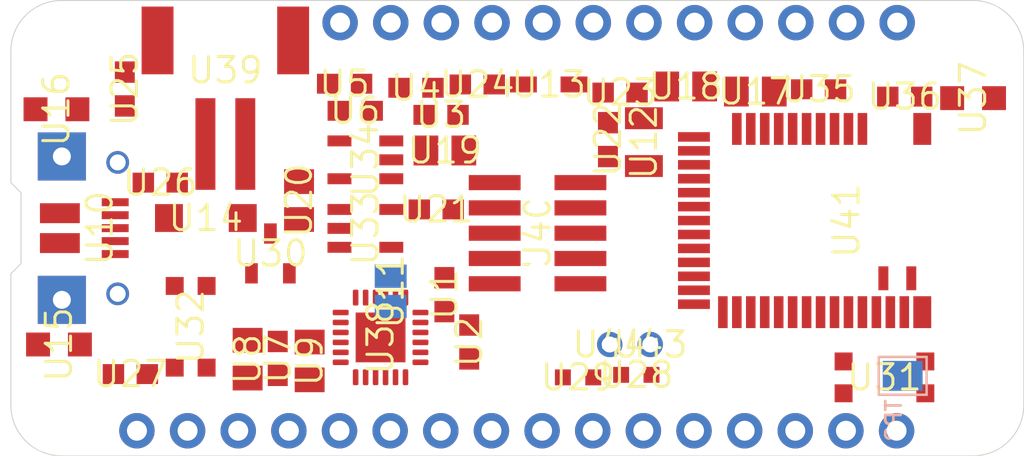
<source format=kicad_pcb>
(kicad_pcb (version 20221018) (generator pcbnew)
  (layers (0 "F.Cu" signal "Top") (31 "B.Cu" signal "Bottom") (34 "B.Paste" user) (35 "F.Paste" user) (36 "B.SilkS" user "B.Silkscreen") (37 "F.SilkS" user "F.Silkscreen") (38 "B.Mask" user) (39 "F.Mask" user) (44 "Edge.Cuts" user))
  (net 0 "")
  (net 1 "GND")
  (net 2 "3.3V")
  (net 3 "VBAT")
  (net 4 "VBUS")
  (net 5 "/RESET")
  (net 6 "/DFU")
  (net 7 "/TXD")
  (net 8 "/RXD")
  (net 9 "/MISO")
  (net 10 "/MOSI")
  (net 11 "/SCK")
  (net 12 "/A5/0.29")
  (net 13 "/A4/0.28")
  (net 14 "/A3/0.05")
  (net 15 "/A2/0.04")
  (net 16 "/A1/0.03")
  (net 17 "/A0/0.02")
  (net 18 "/SDA")
  (net 19 "/SCL")
  (net 20 "/P0.27")
  (net 21 "/A6/P0.30")
  (net 22 "/A7/P0.31")
  (net 23 "/P0.11")
  (net 24 "/P0.07")
  (net 25 "/P0.15")
  (net 26 "/P0.16")
  (net 27 "/EN")
  (net 28 "Net-(U1-Pad41)")
  (net 29 "Net-(U1-Pad40)")
  (net 30 "/FRST")
  (net 31 "/SWDIO")
  (net 32 "/SWCLK")
  (net 33 "/LED2")
  (net 34 "/SWO")
  (net 35 "/LED1")
  (net 36 "/P0.10/NFC2")
  (net 37 "/P0.09/NFC1")
  (net 38 "Net-(C2-Pad1)")
  (net 39 "Net-(C1-Pad1)")
  (net 40 "Net-(L2-Pad2)")
  (net 41 "Net-(C4-Pad1)")
  (net 42 "Net-(X1-Pad8)")
  (net 43 "Net-(D1-PadA)")
  (net 44 "Net-(D2-PadA)")
  (net 45 "Net-(R8-Pad1)")
  (net 46 "Net-(R3-Pad2)")
  (net 47 "Net-(C6-Pad1)")
  (net 48 "Net-(U2-Pad4)")
  (net 49 "Net-(X3-PadID)")
  (net 50 "/USBD+")
  (net 51 "/USBD-")
  (net 52 "Net-(U4-Pad24)")
  (net 53 "/DTR")
  (net 54 "Net-(U4-Pad22)")
  (net 55 "Net-(R9-Pad1)")
  (net 56 "Net-(U4-Pad19)")
  (net 57 "Net-(U4-Pad18)")
  (net 58 "Net-(U4-Pad17)")
  (net 59 "Net-(C7-Pad1)")
  (net 60 "Net-(U4-Pad15)")
  (net 61 "Net-(U4-Pad14)")
  (net 62 "Net-(U4-Pad13)")
  (net 63 "Net-(U4-Pad12)")
  (net 64 "Net-(U4-Pad11)")
  (net 65 "Net-(U4-Pad10)")
  (net 66 "Net-(U4-Pad9)")
  (net 67 "Net-(U4-Pad1)")
  (net 68 "Net-(C11-Pad1)")
  (net 69 "Net-(CHG1-PadC)")
  (footprint "Adafruit nRF52 Bluefruit Feather:BLE_MODULE_RAYTAC_MDBT42" (layer "F.Cu") (at 165.011099 104.6226 -90)
    (fp_text reference "U41" (at 0 0 270) (layer "F.SilkS") (effects (font (size 1.27 1.27))))
    (fp_text value "" (at 0 0 270) (layer "F.SilkS") (effects (font (size 1.27 1.27))))
    (pad "1" smd rect locked (at -4.6 -3.8 270) (size 1.6 0.9) (layers "F.Cu" "F.Paste" "F.Mask") (net 1 "GND"))
    (pad "2" smd rect locked (at -4.6 -0.8 270) (size 1.6 0.48) (layers "F.Cu" "F.Paste" "F.Mask") (net 18 "/SDA"))
    (pad "3" smd rect locked (at -4.6 -0.1 270) (size 1.6 0.48) (layers "F.Cu" "F.Paste" "F.Mask") (net 19 "/SCL"))
    (pad "4" smd rect locked (at -4.6 0.6 270) (size 1.6 0.48) (layers "F.Cu" "F.Paste" "F.Mask") (net 20 "/P0.27"))
    (pad "5" smd rect locked (at -4.6 1.3 270) (size 1.6 0.48) (layers "F.Cu" "F.Paste" "F.Mask") (net 13 "/A4/0.28"))
    (pad "6" smd rect locked (at -4.6 2 270) (size 1.6 0.48) (layers "F.Cu" "F.Paste" "F.Mask") (net 12 "/A5/0.29"))
    (pad "7" smd rect locked (at -4.6 2.7 270) (size 1.6 0.48) (layers "F.Cu" "F.Paste" "F.Mask") (net 21 "/A6/P0.30"))
    (pad "8" smd rect locked (at -4.6 3.4 270) (size 1.6 0.48) (layers "F.Cu" "F.Paste" "F.Mask") (net 22 "/A7/P0.31"))
    (pad "9" smd rect locked (at -4.6 4.1 270) (size 1.6 0.48) (layers "F.Cu" "F.Paste" "F.Mask") (net 41 "Net-(C4-Pad1)"))
    (pad "10" smd rect locked (at -4.6 4.8 270) (size 1.6 0.48) (layers "F.Cu" "F.Paste" "F.Mask") (net 40 "Net-(L2-Pad2)"))
    (pad "11" smd rect locked (at -4.6 5.5 270) (size 1.6 0.48) (layers "F.Cu" "F.Paste" "F.Mask") (net 2 "3.3V"))
    (pad "12" smd rect locked (at -4.2 7.65) (size 1.6 0.48) (layers "F.Cu" "F.Paste" "F.Mask") (net 1 "GND"))
    (pad "13" smd rect locked (at -3.5 7.65) (size 1.6 0.48) (layers "F.Cu" "F.Paste" "F.Mask") (net 39 "Net-(C1-Pad1)"))
    (pad "14" smd rect locked (at -2.8 7.65) (size 1.6 0.48) (layers "F.Cu" "F.Paste" "F.Mask") (net 38 "Net-(C2-Pad1)"))
    (pad "15" smd rect locked (at -2.1 7.65) (size 1.6 0.48) (layers "F.Cu" "F.Paste" "F.Mask") (net 17 "/A0/0.02"))
    (pad "16" smd rect locked (at -1.4 7.65) (size 1.6 0.48) (layers "F.Cu" "F.Paste" "F.Mask") (net 16 "/A1/0.03"))
    (pad "17" smd rect locked (at -0.7 7.65) (size 1.6 0.48) (layers "F.Cu" "F.Paste" "F.Mask") (net 15 "/A2/0.04"))
    (pad "18" smd rect locked (at 0 7.65) (size 1.6 0.48) (layers "F.Cu" "F.Paste" "F.Mask") (net 14 "/A3/0.05"))
    (pad "19" smd rect locked (at 0.7 7.65) (size 1.6 0.48) (layers "F.Cu" "F.Paste" "F.Mask") (net 7 "/TXD"))
    (pad "20" smd rect locked (at 1.4 7.65) (size 1.6 0.48) (layers "F.Cu" "F.Paste" "F.Mask") (net 24 "/P0.07"))
    (pad "21" smd rect locked (at 2.1 7.65) (size 1.6 0.48) (layers "F.Cu" "F.Paste" "F.Mask") (net 8 "/RXD"))
    (pad "22" smd rect locked (at 2.8 7.65) (size 1.6 0.48) (layers "F.Cu" "F.Paste" "F.Mask") (net 37 "/P0.09/NFC1"))
    (pad "23" smd rect locked (at 3.5 7.65) (size 1.6 0.48) (layers "F.Cu" "F.Paste" "F.Mask") (net 36 "/P0.10/NFC2"))
    (pad "24" smd rect locked (at 4.2 7.65) (size 1.6 0.48) (layers "F.Cu" "F.Paste" "F.Mask") (net 1 "GND"))
    (pad "25" smd rect locked (at 4.6 6.2 270) (size 1.6 0.48) (layers "F.Cu" "F.Paste" "F.Mask") (net 23 "/P0.11"))
    (pad "26" smd rect locked (at 4.6 5.5 270) (size 1.6 0.48) (layers "F.Cu" "F.Paste" "F.Mask") (net 11 "/SCK"))
    (pad "27" smd rect locked (at 4.6 4.8 270) (size 1.6 0.48) (layers "F.Cu" "F.Paste" "F.Mask") (net 10 "/MOSI"))
    (pad "28" smd rect locked (at 4.6 4.1 270) (size 1.6 0.48) (layers "F.Cu" "F.Paste" "F.Mask") (net 9 "/MISO"))
    (pad "29" smd rect locked (at 4.6 3.4 270) (size 1.6 0.48) (layers "F.Cu" "F.Paste" "F.Mask") (net 25 "/P0.15"))
    (pad "30" smd rect locked (at 4.6 2.7 270) (size 1.6 0.48) (layers "F.Cu" "F.Paste" "F.Mask") (net 26 "/P0.16"))
    (pad "31" smd rect locked (at 4.6 2 270) (size 1.6 0.48) (layers "F.Cu" "F.Paste" "F.Mask") (net 35 "/LED1"))
    (pad "32" smd rect locked (at 4.6 1.3 270) (size 1.6 0.48) (layers "F.Cu" "F.Paste" "F.Mask") (net 34 "/SWO"))
    (pad "33" smd rect locked (at 4.6 0.6 270) (size 1.6 0.48) (layers "F.Cu" "F.Paste" "F.Mask") (net 33 "/LED2"))
    (pad "34" smd rect locked (at 4.6 -0.1 270) (size 1.6 0.48) (layers "F.Cu" "F.Paste" "F.Mask") (net 6 "/DFU"))
    (pad "35" smd rect locked (at 4.6 -0.8 270) (size 1.6 0.48) (layers "F.Cu" "F.Paste" "F.Mask") (net 5 "/RESET"))
    (pad "36" smd rect locked (at 4.6 -1.5 270) (size 1.6 0.48) (layers "F.Cu" "F.Paste" "F.Mask") (net 32 "/SWCLK"))
    (pad "37" smd rect locked (at 4.6 -2.2 270) (size 1.6 0.48) (layers "F.Cu" "F.Paste" "F.Mask") (net 31 "/SWDIO"))
    (pad "38" smd rect locked (at 4.6 -2.9 270) (size 1.6 0.48) (layers "F.Cu" "F.Paste" "F.Mask") (net 30 "/FRST"))
    (pad "39" smd rect locked (at 4.6 -3.8 270) (size 1.6 0.9) (layers "F.Cu" "F.Paste" "F.Mask") (net 1 "GND"))
    (pad "40" smd rect locked (at 2.9 -3.25 270) (size 1.2 0.5) (layers "F.Cu" "F.Paste" "F.Mask") (net 29 "Net-(U1-Pad40)"))
    (pad "41" smd rect locked (at 2.9 -1.85 270) (size 1.2 0.5) (layers "F.Cu" "F.Paste" "F.Mask") (net 28 "Net-(U1-Pad41)"))
  )
  (footprint "Adafruit nRF52 Bluefruit Feather:2X05_1.27MM_BOX_POSTS" (layer "F.Cu") (at 149.517099 105.2576 -90)
    (fp_text reference "U40" (at 0 0 270) (layer "F.SilkS") (effects (font (size 1.27 1.27))))
    (fp_text value "" (at 0 0 270) (layer "F.SilkS") (effects (font (size 1.27 1.27))))
    (pad "" np_thru_hole circle (at -1.905 0 270) (size 1 1) (drill 1) (layers "*.Cu" "*.Mask"))
    (pad "" np_thru_hole circle (at 1.905 0 270) (size 1 1) (drill 1) (layers "*.Cu" "*.Mask"))
    (pad "1" smd rect (at -2.54 2.15 270) (size 0.76 2.6) (layers "F.Cu" "F.Paste" "F.Mask") (net 2 "3.3V"))
    (pad "2" smd rect (at -2.54 -2.15 270) (size 0.76 2.6) (layers "F.Cu" "F.Paste" "F.Mask") (net 31 "/SWDIO"))
    (pad "3" smd rect (at -1.27 2.15 270) (size 0.76 2.6) (layers "F.Cu" "F.Paste" "F.Mask") (net 1 "GND"))
    (pad "4" smd rect (at -1.27 -2.15 270) (size 0.76 2.6) (layers "F.Cu" "F.Paste" "F.Mask") (net 32 "/SWCLK"))
    (pad "5" smd rect (at 0 2.15 270) (size 0.76 2.6) (layers "F.Cu" "F.Paste" "F.Mask") (net 1 "GND"))
    (pad "6" smd rect (at 0 -2.15 270) (size 0.76 2.6) (layers "F.Cu" "F.Paste" "F.Mask") (net 34 "/SWO"))
    (pad "7" smd rect (at 1.27 2.15 270) (size 0.76 2.6) (layers "F.Cu" "F.Paste" "F.Mask") (net 1 "GND"))
    (pad "8" smd rect (at 1.27 -2.15 270) (size 0.76 2.6) (layers "F.Cu" "F.Paste" "F.Mask") (net 42 "Net-(X1-Pad8)"))
    (pad "9" smd rect (at 2.54 2.15 270) (size 0.76 2.6) (layers "F.Cu" "F.Paste" "F.Mask") (net 1 "GND"))
    (pad "10" smd rect (at 2.54 -2.15 270) (size 0.76 2.6) (layers "F.Cu" "F.Paste" "F.Mask") (net 5 "/RESET"))
  )
  (footprint "Adafruit nRF52 Bluefruit Feather:0603-NO" (layer "F.Cu") (at 153.657299 98.1964 180)
    (fp_text reference "U23" (at 0 0 180) (layer "F.SilkS") (effects (font (size 1.27 1.27))))
    (fp_text value "" (at 0 0 180) (layer "F.SilkS") (effects (font (size 1.27 1.27))))
    (pad "1" smd rect (at -0.85 0 180) (size 1.075 1) (layers "F.Cu" "F.Paste" "F.Mask") (net 39 "Net-(C1-Pad1)"))
    (pad "2" smd rect (at 0.85 0 180) (size 1.075 1) (layers "F.Cu" "F.Paste" "F.Mask") (net 1 "GND"))
  )
  (footprint "Adafruit nRF52 Bluefruit Feather:0603-NO" (layer "F.Cu") (at 153.047699 100.5586 90)
    (fp_text reference "U22" (at 0 0 90) (layer "F.SilkS") (effects (font (size 1.27 1.27))))
    (fp_text value "" (at 0 0 90) (layer "F.SilkS") (effects (font (size 1.27 1.27))))
    (pad "1" smd rect (at -0.85 0 90) (size 1.075 1) (layers "F.Cu" "F.Paste" "F.Mask") (net 38 "Net-(C2-Pad1)"))
    (pad "2" smd rect (at 0.85 0 90) (size 1.075 1) (layers "F.Cu" "F.Paste" "F.Mask") (net 1 "GND"))
  )
  (footprint "Adafruit nRF52 Bluefruit Feather:0805-NO" (layer "F.Cu") (at 156.946599 97.8916 180)
    (fp_text reference "U18" (at 0 0 180) (layer "F.SilkS") (effects (font (size 1.27 1.27))))
    (fp_text value "" (at 0 0 180) (layer "F.SilkS") (effects (font (size 1.27 1.27))))
    (pad "1" smd rect (at -0.95 0 180) (size 1.24 1.5) (layers "F.Cu" "F.Paste" "F.Mask") (net 2 "3.3V"))
    (pad "2" smd rect (at 0.95 0 180) (size 1.24 1.5) (layers "F.Cu" "F.Paste" "F.Mask") (net 1 "GND"))
  )
  (footprint "Adafruit nRF52 Bluefruit Feather:CHIPLED_0805_NOOUTLINE" (layer "F.Cu") (at 125.387099 99.0346 90)
    (fp_text reference "U16" (at 0 0 90) (layer "F.SilkS") (effects (font (size 1.27 1.27))))
    (fp_text value "" (at 0 0 90) (layer "F.SilkS") (effects (font (size 1.27 1.27))))
    (pad "A" smd rect (at 0 1.05 90) (size 1.2 1.2) (layers "F.Cu" "F.Paste" "F.Mask") (net 43 "Net-(D1-PadA)"))
    (pad "C" smd rect (at 0 -1.05 90) (size 1.2 1.2) (layers "F.Cu" "F.Paste" "F.Mask") (net 1 "GND"))
  )
  (footprint "Adafruit nRF52 Bluefruit Feather:CHIPLED_0805_NOOUTLINE" (layer "F.Cu") (at 171.361099 98.4758 -90)
    (fp_text reference "U37" (at 0 0 270) (layer "F.SilkS") (effects (font (size 1.27 1.27))))
    (fp_text value "" (at 0 0 270) (layer "F.SilkS") (effects (font (size 1.27 1.27))))
    (pad "A" smd rect (at 0 1.05 270) (size 1.2 1.2) (layers "F.Cu" "F.Paste" "F.Mask") (net 44 "Net-(D2-PadA)"))
    (pad "C" smd rect (at 0 -1.05 270) (size 1.2 1.2) (layers "F.Cu" "F.Paste" "F.Mask") (net 1 "GND"))
  )
  (footprint "Adafruit nRF52 Bluefruit Feather:0603-NO" (layer "F.Cu") (at 128.816099 98.0186 90)
    (fp_text reference "U25" (at 0 0 90) (layer "F.SilkS") (effects (font (size 1.27 1.27))))
    (fp_text value "" (at 0 0 90) (layer "F.SilkS") (effects (font (size 1.27 1.27))))
    (pad "1" smd rect (at -0.85 0 90) (size 1.075 1) (layers "F.Cu" "F.Paste" "F.Mask") (net 43 "Net-(D1-PadA)"))
    (pad "2" smd rect (at 0.85 0 90) (size 1.075 1) (layers "F.Cu" "F.Paste" "F.Mask") (net 35 "/LED1"))
  )
  (footprint "Adafruit nRF52 Bluefruit Feather:0603-NO" (layer "F.Cu") (at 167.932099 98.3996 180)
    (fp_text reference "U36" (at 0 0 180) (layer "F.SilkS") (effects (font (size 1.27 1.27))))
    (fp_text value "" (at 0 0 180) (layer "F.SilkS") (effects (font (size 1.27 1.27))))
    (pad "1" smd rect (at -0.85 0 180) (size 1.075 1) (layers "F.Cu" "F.Paste" "F.Mask") (net 44 "Net-(D2-PadA)"))
    (pad "2" smd rect (at 0.85 0 180) (size 1.075 1) (layers "F.Cu" "F.Paste" "F.Mask") (net 33 "/LED2"))
  )
  (footprint "Adafruit nRF52 Bluefruit Feather:0805-NO" (layer "F.Cu") (at 160.439099 98.1456 180)
    (fp_text reference "U17" (at 0 0 180) (layer "F.SilkS") (effects (font (size 1.27 1.27))))
    (fp_text value "" (at 0 0 180) (layer "F.SilkS") (effects (font (size 1.27 1.27))))
    (pad "1" smd rect (at -0.95 0 180) (size 1.24 1.5) (layers "F.Cu" "F.Paste" "F.Mask") (net 41 "Net-(C4-Pad1)"))
    (pad "2" smd rect (at 0.95 0 180) (size 1.24 1.5) (layers "F.Cu" "F.Paste" "F.Mask") (net 40 "Net-(L2-Pad2)"))
  )
  (footprint "Adafruit nRF52 Bluefruit Feather:0603-NO" (layer "F.Cu") (at 163.614099 98.0313)
    (fp_text reference "U35" (at 0 0) (layer "F.SilkS") (effects (font (size 1.27 1.27))))
    (fp_text value "" (at 0 0) (layer "F.SilkS") (effects (font (size 1.27 1.27))))
    (pad "1" smd rect (at -0.85 0) (size 1.075 1) (layers "F.Cu" "F.Paste" "F.Mask") (net 41 "Net-(C4-Pad1)"))
    (pad "2" smd rect (at 0.85 0) (size 1.075 1) (layers "F.Cu" "F.Paste" "F.Mask") (net 1 "GND"))
  )
  (footprint "Adafruit nRF52 Bluefruit Feather:SOT23-5" (layer "F.Cu") (at 140.881099 105.0163 -90)
    (fp_text reference "U33" (at 0 0 270) (layer "F.SilkS") (effects (font (size 1.27 1.27))))
    (fp_text value "" (at 0 0 270) (layer "F.SilkS") (effects (font (size 1.27 1.27))))
    (pad "1" smd rect (at -0.95 1.3001 270) (size 0.55 1.2) (layers "F.Cu" "F.Paste" "F.Mask") (net 46 "Net-(R3-Pad2)"))
    (pad "2" smd rect (at 0 1.3001 270) (size 0.55 1.2) (layers "F.Cu" "F.Paste" "F.Mask") (net 1 "GND"))
    (pad "3" smd rect (at 0.95 1.3001 270) (size 0.55 1.2) (layers "F.Cu" "F.Paste" "F.Mask") (net 3 "VBAT"))
    (pad "4" smd rect (at 0.95 -1.3001 270) (size 0.55 1.2) (layers "F.Cu" "F.Paste" "F.Mask") (net 4 "VBUS"))
    (pad "5" smd rect (at -0.95 -1.3001 270) (size 0.55 1.2) (layers "F.Cu" "F.Paste" "F.Mask") (net 45 "Net-(R8-Pad1)"))
  )
  (footprint "Adafruit nRF52 Bluefruit Feather:CHIPLED_0805_NOOUTLINE" (layer "F.Cu") (at 125.514099 110.8456 -90)
    (fp_text reference "U15" (at 0 0 270) (layer "F.SilkS") (effects (font (size 1.27 1.27))))
    (fp_text value "" (at 0 0 270) (layer "F.SilkS") (effects (font (size 1.27 1.27))))
    (pad "A" smd rect (at 0 1.05 270) (size 1.2 1.2) (layers "F.Cu" "F.Paste" "F.Mask") (net 4 "VBUS"))
    (pad "C" smd rect (at 0 -1.05 270) (size 1.2 1.2) (layers "F.Cu" "F.Paste" "F.Mask") (net 69 "Net-(CHG1-PadC)"))
  )
  (footprint "Adafruit nRF52 Bluefruit Feather:0603-NO" (layer "F.Cu") (at 129.095499 112.3315)
    (fp_text reference "U27" (at 0 0) (layer "F.SilkS") (effects (font (size 1.27 1.27))))
    (fp_text value "" (at 0 0) (layer "F.SilkS") (effects (font (size 1.27 1.27))))
    (pad "1" smd rect (at -0.85 0) (size 1.075 1) (layers "F.Cu" "F.Paste" "F.Mask") (net 69 "Net-(CHG1-PadC)"))
    (pad "2" smd rect (at 0.85 0) (size 1.075 1) (layers "F.Cu" "F.Paste" "F.Mask") (net 46 "Net-(R3-Pad2)"))
  )
  (footprint "Adafruit nRF52 Bluefruit Feather:0805-NO" (layer "F.Cu") (at 137.553699 103.6193 90)
    (fp_text reference "U20" (at 0 0 90) (layer "F.SilkS") (effects (font (size 1.27 1.27))))
    (fp_text value "" (at 0 0 90) (layer "F.SilkS") (effects (font (size 1.27 1.27))))
    (pad "1" smd rect (at -0.95 0 90) (size 1.24 1.5) (layers "F.Cu" "F.Paste" "F.Mask") (net 3 "VBAT"))
    (pad "2" smd rect (at 0.95 0 90) (size 1.24 1.5) (layers "F.Cu" "F.Paste" "F.Mask") (net 1 "GND"))
  )
  (footprint "Adafruit nRF52 Bluefruit Feather:0603-NO" (layer "F.Cu") (at 144.437099 104.0638)
    (fp_text reference "U21" (at 0 0) (layer "F.SilkS") (effects (font (size 1.27 1.27))))
    (fp_text value "" (at 0 0) (layer "F.SilkS") (effects (font (size 1.27 1.27))))
    (pad "1" smd rect (at -0.85 0) (size 1.075 1) (layers "F.Cu" "F.Paste" "F.Mask") (net 45 "Net-(R8-Pad1)"))
    (pad "2" smd rect (at 0.85 0) (size 1.075 1) (layers "F.Cu" "F.Paste" "F.Mask") (net 1 "GND"))
  )
  (footprint "Adafruit nRF52 Bluefruit Feather:0603-NO" (layer "F.Cu") (at 139.839699 97.7519)
    (fp_text reference "U5" (at 0 0) (layer "F.SilkS") (effects (font (size 1.27 1.27))))
    (fp_text value "" (at 0 0) (layer "F.SilkS") (effects (font (size 1.27 1.27))))
    (pad "1" smd rect (at -0.85 0) (size 1.075 1) (layers "F.Cu" "F.Paste" "F.Mask") (net 3 "VBAT"))
    (pad "2" smd rect (at 0.85 0) (size 1.075 1) (layers "F.Cu" "F.Paste" "F.Mask") (net 22 "/A7/P0.31"))
  )
  (footprint "Adafruit nRF52 Bluefruit Feather:0603-NO" (layer "F.Cu") (at 140.373099 99.1108)
    (fp_text reference "U6" (at 0 0) (layer "F.SilkS") (effects (font (size 1.27 1.27))))
    (fp_text value "" (at 0 0) (layer "F.SilkS") (effects (font (size 1.27 1.27))))
    (pad "1" smd rect (at -0.85 0) (size 1.075 1) (layers "F.Cu" "F.Paste" "F.Mask") (net 22 "/A7/P0.31"))
    (pad "2" smd rect (at 0.85 0) (size 1.075 1) (layers "F.Cu" "F.Paste" "F.Mask") (net 1 "GND"))
  )
  (footprint "Adafruit nRF52 Bluefruit Feather:0805-NO" (layer "F.Cu") (at 144.868899 101.1047)
    (fp_text reference "U19" (at 0 0) (layer "F.SilkS") (effects (font (size 1.27 1.27))))
    (fp_text value "" (at 0 0) (layer "F.SilkS") (effects (font (size 1.27 1.27))))
    (pad "1" smd rect (at -0.95 0) (size 1.24 1.5) (layers "F.Cu" "F.Paste" "F.Mask") (net 47 "Net-(C6-Pad1)"))
    (pad "2" smd rect (at 0.95 0) (size 1.24 1.5) (layers "F.Cu" "F.Paste" "F.Mask") (net 1 "GND"))
  )
  (footprint "Adafruit nRF52 Bluefruit Feather:0805-NO" (layer "F.Cu") (at 134.975599 111.5822 90)
    (fp_text reference "U8" (at 0 0 90) (layer "F.SilkS") (effects (font (size 1.27 1.27))))
    (fp_text value "" (at 0 0 90) (layer "F.SilkS") (effects (font (size 1.27 1.27))))
    (pad "1" smd rect (at -0.95 0 90) (size 1.24 1.5) (layers "F.Cu" "F.Paste" "F.Mask") (net 2 "3.3V"))
    (pad "2" smd rect (at 0.95 0 90) (size 1.24 1.5) (layers "F.Cu" "F.Paste" "F.Mask") (net 1 "GND"))
  )
  (footprint "Adafruit nRF52 Bluefruit Feather:SOT23-5" (layer "F.Cu") (at 140.881099 101.5746 90)
    (fp_text reference "U34" (at 0 0 90) (layer "F.SilkS") (effects (font (size 1.27 1.27))))
    (fp_text value "" (at 0 0 90) (layer "F.SilkS") (effects (font (size 1.27 1.27))))
    (pad "1" smd rect (at -0.95 1.3001 90) (size 0.55 1.2) (layers "F.Cu" "F.Paste" "F.Mask") (net 47 "Net-(C6-Pad1)"))
    (pad "2" smd rect (at 0 1.3001 90) (size 0.55 1.2) (layers "F.Cu" "F.Paste" "F.Mask") (net 1 "GND"))
    (pad "3" smd rect (at 0.95 1.3001 90) (size 0.55 1.2) (layers "F.Cu" "F.Paste" "F.Mask") (net 27 "/EN"))
    (pad "4" smd rect (at 0.95 -1.3001 90) (size 0.55 1.2) (layers "F.Cu" "F.Paste" "F.Mask") (net 48 "Net-(U2-Pad4)"))
    (pad "5" smd rect (at -0.95 -1.3001 90) (size 0.55 1.2) (layers "F.Cu" "F.Paste" "F.Mask") (net 2 "3.3V"))
  )
  (footprint "Adafruit nRF52 Bluefruit Feather:JSTPH2" (layer "F.Cu") (at 133.858 98.6028)
    (fp_text reference "U39" (at 0 -1.524) (layer "F.SilkS") (effects (font (size 1.27 1.27))))
    (fp_text value "" (at 0 -1.524) (layer "F.SilkS") (effects (font (size 1.27 1.27))))
    (pad "1" smd rect locked (at -1 2.176) (size 1 4.6) (layers "F.Cu" "F.Paste" "F.Mask") (net 1 "GND"))
    (pad "2" smd rect locked (at 1 2.176) (size 1 4.6) (layers "F.Cu" "F.Paste" "F.Mask") (net 3 "VBAT"))
    (pad "NC1" smd rect locked (at -3.4 -3.024 90) (size 3.4 1.6) (layers "F.Cu" "F.Paste" "F.Mask"))
    (pad "NC2" smd rect locked (at 3.4 -3.024 90) (size 3.4 1.6) (layers "F.Cu" "F.Paste" "F.Mask"))
  )
  (footprint "Adafruit nRF52 Bluefruit Feather:0603-NO" (layer "F.Cu") (at 144.678399 99.314)
    (fp_text reference "U3" (at 0 0) (layer "F.SilkS") (effects (font (size 1.27 1.27))))
    (fp_text value "" (at 0 0) (layer "F.SilkS") (effects (font (size 1.27 1.27))))
    (pad "1" smd rect (at -0.85 0) (size 1.075 1) (layers "F.Cu" "F.Paste" "F.Mask") (net 27 "/EN"))
    (pad "2" smd rect (at 0.85 0) (size 1.075 1) (layers "F.Cu" "F.Paste" "F.Mask") (net 47 "Net-(C6-Pad1)"))
  )
  (footprint "Adafruit nRF52 Bluefruit Feather:4UCONN_20329_V2" (layer "F.Cu") (at 125.5268 105.0036 -90)
    (fp_text reference "U10" (at 0 -2.032 90) (layer "F.SilkS") (effects (font (size 1.27 1.27))))
    (fp_text value "" (at 0 -2.032 90) (layer "F.SilkS") (effects (font (size 1.27 1.27))))
    (pad "BASE@1" smd rect locked (at -0.75 -0.032) (size 2 1) (layers "F.Cu" "F.Paste" "F.Mask") (net 1 "GND"))
    (pad "BASE@2" smd rect locked (at 0.75 -0.032) (size 2 1) (layers "F.Cu" "F.Paste" "F.Mask") (net 1 "GND"))
    (pad "D+" smd rect locked (at 0 -2.807 270) (size 0.4 1.35) (layers "F.Cu" "F.Mask") (net 50 "/USBD+"))
    (pad "D-" smd rect locked (at -0.65 -2.807 270) (size 0.4 1.35) (layers "F.Cu" "F.Mask") (net 51 "/USBD-"))
    (pad "GND" smd rect locked (at 1.3 -2.807 270) (size 0.4 1.35) (layers "F.Cu" "F.Mask") (net 1 "GND"))
    (pad "ID" smd rect locked (at 0.65 -2.807 270) (size 0.4 1.35) (layers "F.Cu" "F.Mask") (net 49 "Net-(X3-PadID)"))
    (pad "SPRT@1" thru_hole circle locked (at -3.3 -2.932 90) (size 1.143 1.143) (drill 0.8) (layers "*.Cu" "*.Mask") (net 1 "GND"))
    (pad "SPRT@2" thru_hole circle locked (at 3.3 -2.932 270) (size 1.143 1.143) (drill 0.8) (layers "*.Cu" "*.Mask") (net 1 "GND"))
    (pad "SPRT@3" thru_hole rect locked (at -3.6 -0.132) (size 2.413 2.413) (drill 0.9) (layers "*.Cu" "*.Mask"))
    (pad "SPRT@4" thru_hole rect locked (at 3.6 -0.132) (size 2.413 2.413) (drill 0.9) (layers "*.Cu" "*.Mask"))
    (pad "VBUS" smd rect locked (at -1.3 -2.807 270) (size 0.4 1.35) (layers "F.Cu" "F.Mask") (net 4 "VBUS"))
  )
  (footprint "Adafruit nRF52 Bluefruit Feather:QFN24_4MM_SMSC" (layer "F.Cu") (at 141.643099 110.49 -90)
    (fp_text reference "U38" (at 0 0 270) (layer "F.SilkS") (effects (font (size 1.27 1.27))))
    (fp_text value "" (at 0 0 270) (layer "F.SilkS") (effects (font (size 1.27 1.27))))
    (pad "1" smd roundrect (at -2 -1.25 90) (size 0.8 0.28) (layers "F.Cu" "F.Paste" "F.Mask") (net 67 "Net-(U4-Pad1)"))
    (pad "2" smd roundrect (at -2 -0.75 90) (size 0.8 0.28) (layers "F.Cu" "F.Paste" "F.Mask") (net 1 "GND"))
    (pad "3" smd roundrect (at -2 -0.25 90) (size 0.8 0.28) (layers "F.Cu" "F.Paste" "F.Mask") (net 50 "/USBD+"))
    (pad "4" smd roundrect (at -2 0.25 90) (size 0.8 0.28) (layers "F.Cu" "F.Paste" "F.Mask") (net 51 "/USBD-"))
    (pad "5" smd roundrect (at -2 0.75 90) (size 0.8 0.28) (layers "F.Cu" "F.Paste" "F.Mask") (net 2 "3.3V"))
    (pad "6" smd roundrect (at -2 1.25 90) (size 0.8 0.28) (layers "F.Cu" "F.Paste" "F.Mask") (net 2 "3.3V"))
    (pad "7" smd roundrect (at -1.25 2) (size 0.8 0.28) (layers "F.Cu" "F.Paste" "F.Mask") (net 2 "3.3V"))
    (pad "8" smd roundrect (at -0.75 2) (size 0.8 0.28) (layers "F.Cu" "F.Paste" "F.Mask") (net 4 "VBUS"))
    (pad "9" smd roundrect (at -0.25 2) (size 0.8 0.28) (layers "F.Cu" "F.Paste" "F.Mask") (net 66 "Net-(U4-Pad9)"))
    (pad "10" smd roundrect (at 0.25 2) (size 0.8 0.28) (layers "F.Cu" "F.Paste" "F.Mask") (net 65 "Net-(U4-Pad10)"))
    (pad "11" smd roundrect (at 0.75 2) (size 0.8 0.28) (layers "F.Cu" "F.Paste" "F.Mask") (net 64 "Net-(U4-Pad11)"))
    (pad "12" smd roundrect (at 1.25 2) (size 0.8 0.28) (layers "F.Cu" "F.Paste" "F.Mask") (net 63 "Net-(U4-Pad12)"))
    (pad "13" smd roundrect (at 2 1.25 270) (size 0.8 0.28) (layers "F.Cu" "F.Paste" "F.Mask") (net 62 "Net-(U4-Pad13)"))
    (pad "14" smd roundrect (at 2 0.75 270) (size 0.8 0.28) (layers "F.Cu" "F.Paste" "F.Mask") (net 61 "Net-(U4-Pad14)"))
    (pad "15" smd roundrect (at 2 0.25 270) (size 0.8 0.28) (layers "F.Cu" "F.Paste" "F.Mask") (net 60 "Net-(U4-Pad15)"))
    (pad "16" smd roundrect (at 2 -0.25 270) (size 0.8 0.28) (layers "F.Cu" "F.Paste" "F.Mask") (net 59 "Net-(C7-Pad1)"))
    (pad "17" smd roundrect (at 2 -0.75 270) (size 0.8 0.28) (layers "F.Cu" "F.Paste" "F.Mask") (net 58 "Net-(U4-Pad17)"))
    (pad "18" smd roundrect (at 2 -1.25 270) (size 0.8 0.28) (layers "F.Cu" "F.Paste" "F.Mask") (net 57 "Net-(U4-Pad18)"))
    (pad "19" smd roundrect (at 1.25 -2 180) (size 0.8 0.28) (layers "F.Cu" "F.Paste" "F.Mask") (net 56 "Net-(U4-Pad19)"))
    (pad "20" smd roundrect (at 0.75 -2 180) (size 0.8 0.28) (layers "F.Cu" "F.Paste" "F.Mask") (net 7 "/TXD"))
    (pad "21" smd roundrect (at 0.25 -2 180) (size 0.8 0.28) (layers "F.Cu" "F.Paste" "F.Mask") (net 55 "Net-(R9-Pad1)"))
    (pad "22" smd roundrect (at -0.25 -2 180) (size 0.8 0.28) (layers "F.Cu" "F.Paste" "F.Mask") (net 54 "Net-(U4-Pad22)"))
    (pad "23" smd roundrect (at -0.75 -2 180) (size 0.8 0.28) (layers "F.Cu" "F.Paste" "F.Mask") (net 53 "/DTR"))
    (pad "24" smd roundrect (at -1.25 -2 180) (size 0.8 0.28) (layers "F.Cu" "F.Paste" "F.Mask") (net 52 "Net-(U4-Pad24)"))
    (pad "THERM" smd rect (at 0 0 270) (size 2.5 2.5) (layers "F.Cu" "F.Mask") (net 1 "GND"))
  )
  (footprint "Adafruit nRF52 Bluefruit Feather:0603-NO" (layer "F.Cu") (at 136.486899 111.5441 90)
    (fp_text reference "U7" (at 0 0 90) (layer "F.SilkS") (effects (font (size 1.27 1.27))))
    (fp_text value "" (at 0 0 90) (layer "F.SilkS") (effects (font (size 1.27 1.27))))
    (pad "1" smd rect (at -0.85 0 90) (size 1.075 1) (layers "F.Cu" "F.Paste" "F.Mask") (net 2 "3.3V"))
    (pad "2" smd rect (at 0.85 0 90) (size 1.075 1) (layers "F.Cu" "F.Paste" "F.Mask") (net 1 "GND"))
  )
  (footprint "Adafruit nRF52 Bluefruit Feather:SOD-323" (layer "F.Cu") (at 150.075899 97.79 180)
    (fp_text reference "U13" (at 0 0 180) (layer "F.SilkS") (effects (font (size 1.27 1.27))))
    (fp_text value "" (at 0 0 180) (layer "F.SilkS") (effects (font (size 1.27 1.27))))
    (pad "A" smd rect (at 1.27 0 180) (size 1.35 0.8) (layers "F.Cu" "F.Paste" "F.Mask") (net 5 "/RESET"))
    (pad "C" smd rect (at -1.27 0 180) (size 1.35 0.8) (layers "F.Cu" "F.Paste" "F.Mask") (net 2 "3.3V"))
  )
  (footprint "Adafruit nRF52 Bluefruit Feather:0603-NO" (layer "F.Cu") (at 146.494499 97.79 180)
    (fp_text reference "U24" (at 0 0 180) (layer "F.SilkS") (effects (font (size 1.27 1.27))))
    (fp_text value "" (at 0 0 180) (layer "F.SilkS") (effects (font (size 1.27 1.27))))
    (pad "1" smd rect (at -0.85 0 180) (size 1.075 1) (layers "F.Cu" "F.Paste" "F.Mask") (net 5 "/RESET"))
    (pad "2" smd rect (at 0.85 0 180) (size 1.075 1) (layers "F.Cu" "F.Paste" "F.Mask") (net 2 "3.3V"))
  )
  (footprint "Adafruit nRF52 Bluefruit Feather:0603-NO" (layer "F.Cu") (at 144.843499 108.3437 -90)
    (fp_text reference "U1" (at 0 0 270) (layer "F.SilkS") (effects (font (size 1.27 1.27))))
    (fp_text value "" (at 0 0 270) (layer "F.SilkS") (effects (font (size 1.27 1.27))))
    (pad "1" smd rect (at -0.85 0 270) (size 1.075 1) (layers "F.Cu" "F.Paste" "F.Mask") (net 68 "Net-(C11-Pad1)"))
    (pad "2" smd rect (at 0.85 0 270) (size 1.075 1) (layers "F.Cu" "F.Paste" "F.Mask") (net 53 "/DTR"))
  )
  (footprint "Adafruit nRF52 Bluefruit Feather:BTN_KMR2_4.6X2.8" (layer "F.Cu") (at 132.118099 109.9566 90)
    (fp_text reference "U32" (at 0 0 90) (layer "F.SilkS") (effects (font (size 1.27 1.27))))
    (fp_text value "" (at 0 0 90) (layer "F.SilkS") (effects (font (size 1.27 1.27))))
    (pad "A" smd rect (at 2.05 -0.8 90) (size 0.9 0.9) (layers "F.Cu" "F.Paste" "F.Mask") (net 5 "/RESET"))
    (pad "A'" smd rect (at -2.05 -0.8 90) (size 0.9 0.9) (layers "F.Cu" "F.Paste" "F.Mask") (net 5 "/RESET"))
    (pad "B" smd rect (at 2.05 0.8 90) (size 0.9 0.9) (layers "F.Cu" "F.Paste" "F.Mask") (net 1 "GND"))
    (pad "B'" smd rect (at -2.05 0.8 90) (size 0.9 0.9) (layers "F.Cu" "F.Paste" "F.Mask") (net 1 "GND"))
  )
  (footprint "Adafruit nRF52 Bluefruit Feather:0603-NO" (layer "F.Cu") (at 146.088099 110.7186 -90)
    (fp_text reference "U2" (at 0 0 270) (layer "F.SilkS") (effects (font (size 1.27 1.27))))
    (fp_text value "" (at 0 0 270) (layer "F.SilkS") (effects (font (size 1.27 1.27))))
    (pad "1" smd rect (at -0.85 0 270) (size 1.075 1) (layers "F.Cu" "F.Paste" "F.Mask") (net 55 "Net-(R9-Pad1)"))
    (pad "2" smd rect (at 0.85 0 270) (size 1.075 1) (layers "F.Cu" "F.Paste" "F.Mask") (net 8 "/RXD"))
  )
  (footprint "Adafruit nRF52 Bluefruit Feather:SOD-123" (layer "F.Cu") (at 132.880099 104.4956 180)
    (fp_text reference "U14" (at 0 0 180) (layer "F.SilkS") (effects (font (size 1.27 1.27))))
    (fp_text value "" (at 0 0 180) (layer "F.SilkS") (effects (font (size 1.27 1.27))))
    (pad "A" smd rect (at 1.85 0 270) (size 1.4 1.4) (layers "F.Cu" "F.Paste" "F.Mask") (net 4 "VBUS"))
    (pad "C" smd rect (at -1.85 0 270) (size 1.4 1.4) (layers "F.Cu" "F.Paste" "F.Mask") (net 47 "Net-(C6-Pad1)"))
  )
  (footprint "Adafruit nRF52 Bluefruit Feather:SOT23-R" (layer "F.Cu") (at 136.118599 106.2736)
    (fp_text reference "U30" (at 0 0) (layer "F.SilkS") (effects (font (size 1.27 1.27))))
    (fp_text value "" (at 0 0) (layer "F.SilkS") (effects (font (size 1.27 1.27))))
    (pad "1" smd rect (at -0.95 1) (size 0.635 1.016) (layers "F.Cu" "F.Paste" "F.Mask") (net 4 "VBUS"))
    (pad "2" smd rect (at 0.95 1) (size 0.635 1.016) (layers "F.Cu" "F.Paste" "F.Mask") (net 47 "Net-(C6-Pad1)"))
    (pad "3" smd rect (at 0 -1) (size 0.635 1.016) (layers "F.Cu" "F.Paste" "F.Mask") (net 3 "VBAT"))
  )
  (footprint "Adafruit nRF52 Bluefruit Feather:0603-NO" (layer "F.Cu") (at 130.594099 102.7176)
    (fp_text reference "U26" (at 0 0) (layer "F.SilkS") (effects (font (size 1.27 1.27))))
    (fp_text value "" (at 0 0) (layer "F.SilkS") (effects (font (size 1.27 1.27))))
    (pad "1" smd rect (at -0.85 0) (size 1.075 1) (layers "F.Cu" "F.Paste" "F.Mask") (net 1 "GND"))
    (pad "2" smd rect (at 0.85 0) (size 1.075 1) (layers "F.Cu" "F.Paste" "F.Mask") (net 4 "VBUS"))
  )
  (footprint "Adafruit nRF52 Bluefruit Feather:XTAL3215" (layer "F.Cu") (at 154.851099 100.6856 90)
    (fp_text reference "U12" (at 0 0 90) (layer "F.SilkS") (effects (font (size 1.27 1.27))))
    (fp_text value "" (at 0 0 90) (layer "F.SilkS") (effects (font (size 1.27 1.27))))
    (pad "P$1" smd rect (at 1.2 0 90) (size 1.1 1.9) (layers "F.Cu" "F.Paste" "F.Mask") (net 39 "Net-(C1-Pad1)"))
    (pad "P$2" smd rect (at -1.2 0 270) (size 1.1 1.9) (layers "F.Cu" "F.Paste" "F.Mask") (net 38 "Net-(C2-Pad1)"))
  )
  (footprint "Adafruit nRF52 Bluefruit Feather:0603-NO" (layer "F.Cu") (at 143.421099 97.9551 180)
    (fp_text reference "U4" (at 0 0) (layer "F.SilkS") (effects (font (size 1.27 1.27))))
    (fp_text value "" (at 0 0) (layer "F.SilkS") (effects (font (size 1.27 1.27))))
    (pad "1" smd rect (at -0.85 0 180) (size 1.075 1) (layers "F.Cu" "F.Paste" "F.Mask") (net 22 "/A7/P0.31"))
    (pad "2" smd rect (at 0.85 0 180) (size 1.075 1) (layers "F.Cu" "F.Paste" "F.Mask") (net 1 "GND"))
  )
  (footprint "Adafruit nRF52 Bluefruit Feather:1X01_2MM" (layer "F.Cu") (at 155.168599 110.8456)
    (fp_text reference "U43" (at 0 0) (layer "F.SilkS") (effects (font (size 1.27 1.27))))
    (fp_text value "" (at 0 0) (layer "F.SilkS") (effects (font (size 1.27 1.27))))
    (pad "1" thru_hole circle locked (at 0 0 90) (size 1.27 1.27) (drill 0.8) (layers "*.Cu" "*.Mask") (net 36 "/P0.10/NFC2"))
  )
  (footprint "Adafruit nRF52 Bluefruit Feather:1X01_2MM" (layer "F.Cu") (at 153.136599 110.8456)
    (fp_text reference "U44" (at 0 0) (layer "F.SilkS") (effects (font (size 1.27 1.27))))
    (fp_text value "" (at 0 0) (layer "F.SilkS") (effects (font (size 1.27 1.27))))
    (pad "1" thru_hole circle locked (at 0 0 90) (size 1.27 1.27) (drill 0.8) (layers "*.Cu" "*.Mask") (net 37 "/P0.09/NFC1"))
  )
  (footprint "Adafruit nRF52 Bluefruit Feather:0805-NO" (layer "F.Cu") (at 138.087099 111.6711 90)
    (fp_text reference "U9" (at 0 0 90) (layer "F.SilkS") (effects (font (size 1.27 1.27))))
    (fp_text value "" (at 0 0 90) (layer "F.SilkS") (effects (font (size 1.27 1.27))))
    (pad "1" smd rect (at -0.95 0 90) (size 1.24 1.5) (layers "F.Cu" "F.Paste" "F.Mask") (net 59 "Net-(C7-Pad1)"))
    (pad "2" smd rect (at 0.95 0 90) (size 1.24 1.5) (layers "F.Cu" "F.Paste" "F.Mask") (net 1 "GND"))
  )
  (footprint "Adafruit nRF52 Bluefruit Feather:BTN_KMR2_4.6X2.8" (layer "F.Cu") (at 166.916099 112.4966)
    (fp_text reference "U31" (at 0 0) (layer "F.SilkS") (effects (font (size 1.27 1.27))))
    (fp_text value "" (at 0 0) (layer "F.SilkS") (effects (font (size 1.27 1.27))))
    (pad "A" smd rect (at 2.05 -0.8) (size 0.9 0.9) (layers "F.Cu" "F.Paste" "F.Mask") (net 1 "GND"))
    (pad "A'" smd rect (at -2.05 -0.8) (size 0.9 0.9) (layers "F.Cu" "F.Paste" "F.Mask") (net 1 "GND"))
    (pad "B" smd rect (at 2.05 0.8) (size 0.9 0.9) (layers "F.Cu" "F.Paste" "F.Mask") (net 6 "/DFU"))
    (pad "B'" smd rect (at -2.05 0.8) (size 0.9 0.9) (layers "F.Cu" "F.Paste" "F.Mask") (net 6 "/DFU"))
  )
  (footprint "Adafruit nRF52 Bluefruit Feather:_0603MP" (layer "F.Cu") (at 154.470099 112.3696 180)
    (fp_text reference "U28" (at 0 0 180) (layer "F.SilkS") (effects (font (size 1.27 1.27))))
    (fp_text value "" (at 0 0 180) (layer "F.SilkS") (effects (font (size 1.27 1.27))))
    (pad "1" smd rect (at -0.762 0 180) (size 0.8 0.8) (layers "F.Cu" "F.Paste" "F.Mask") (net 36 "/P0.10/NFC2"))
    (pad "2" smd rect (at 0.762 0 180) (size 0.8 0.8) (layers "F.Cu" "F.Paste" "F.Mask") (net 1 "GND"))
  )
  (footprint "Adafruit nRF52 Bluefruit Feather:_0603MP" (layer "F.Cu") (at 151.549099 112.4966 180)
    (fp_text reference "U29" (at 0 0 180) (layer "F.SilkS") (effects (font (size 1.27 1.27))))
    (fp_text value "" (at 0 0 180) (layer "F.SilkS") (effects (font (size 1.27 1.27))))
    (pad "1" smd rect (at -0.762 0 180) (size 0.8 0.8) (layers "F.Cu" "F.Paste" "F.Mask") (net 37 "/P0.09/NFC1"))
    (pad "2" smd rect (at 0.762 0 180) (size 0.8 0.8) (layers "F.Cu" "F.Paste" "F.Mask") (net 1 "GND"))
  )
  (footprint "MS2" (layer "F.Cu") (at 153.58 94.65)
    (fp_text reference "MS2" hide)
    (fp_text value "" (at -0.1 0.2) (layer "F.SilkS") (effects (font (size 1.27 1.27))))
    (pad "17" thru_hole circle locked (at 13.974 0.036) (size 1.778 1.778) (drill 1) (layers "*.Cu" "*.Mask") (net 18 "/SDA"))
    (pad "18" thru_hole circle locked (at 11.434 0.036) (size 1.778 1.778) (drill 1) (layers "*.Cu" "*.Mask") (net 19 "/SCL"))
    (pad "19" thru_hole circle locked (at 8.894 0.036) (size 1.778 1.778) (drill 1) (layers "*.Cu" "*.Mask") (net 20 "/P0.27"))
    (pad "20" thru_hole circle locked (at 6.354 0.036) (size 1.778 1.778) (drill 1) (layers "*.Cu" "*.Mask") (net 21 "/A6/P0.30"))
    (pad "21" thru_hole circle locked (at 3.814 0.036) (size 1.778 1.778) (drill 1) (layers "*.Cu" "*.Mask") (net 22 "/A7/P0.31"))
    (pad "22" thru_hole circle locked (at 1.274 0.036) (size 1.778 1.778) (drill 1) (layers "*.Cu" "*.Mask") (net 23 "/P0.11"))
    (pad "23" thru_hole circle locked (at -1.266 0.036) (size 1.778 1.778) (drill 1) (layers "*.Cu" "*.Mask") (net 24 "/P0.07"))
    (pad "24" thru_hole circle locked (at -3.806 0.036) (size 1.778 1.778) (drill 1) (layers "*.Cu" "*.Mask") (net 25 "/P0.15"))
    (pad "25" thru_hole circle locked (at -6.346 0.036) (size 1.778 1.778) (drill 1) (layers "*.Cu" "*.Mask") (net 26 "/P0.16"))
    (pad "26" thru_hole circle locked (at -8.886 0.036) (size 1.778 1.778) (drill 1) (layers "*.Cu" "*.Mask") (net 4 "VBUS"))
    (pad "27" thru_hole circle locked (at -11.426 0.036) (size 1.778 1.778) (drill 1) (layers "*.Cu" "*.Mask") (net 27 "/EN"))
    (pad "28" thru_hole circle locked (at -13.966 0.036) (size 1.778 1.778) (drill 1) (layers "*.Cu" "*.Mask") (net 3 "VBAT"))
  )
  (footprint "MS1" (layer "F.Cu") (at 148.45 115.27)
    (fp_text reference "MS1" hide)
    (fp_text value "" (at 0 0) (layer "F.SilkS") (effects (font (size 1.27 1.27))))
    (pad "1" thru_hole circle locked (at -19.026 -0.094) (size 1.778 1.778) (drill 1) (layers "*.Cu" "*.Mask") (net 5 "/RESET"))
    (pad "2" thru_hole circle locked (at -16.486 -0.094) (size 1.778 1.778) (drill 1) (layers "*.Cu" "*.Mask") (net 2 "3.3V"))
    (pad "3" thru_hole circle locked (at -13.946 -0.094) (size 1.778 1.778) (drill 1) (layers "*.Cu" "*.Mask") (net 2 "3.3V"))
    (pad "4" thru_hole circle locked (at -11.406 -0.094) (size 1.778 1.778) (drill 1) (layers "*.Cu" "*.Mask") (net 1 "GND"))
    (pad "5" thru_hole circle locked (at -8.866 -0.094) (size 1.778 1.778) (drill 1) (layers "*.Cu" "*.Mask") (net 17 "/A0/0.02"))
    (pad "6" thru_hole circle locked (at -6.326 -0.094) (size 1.778 1.778) (drill 1) (layers "*.Cu" "*.Mask") (net 16 "/A1/0.03"))
    (pad "7" thru_hole circle locked (at -3.786 -0.094) (size 1.778 1.778) (drill 1) (layers "*.Cu" "*.Mask") (net 15 "/A2/0.04"))
    (pad "8" thru_hole circle locked (at -1.246 -0.094) (size 1.778 1.778) (drill 1) (layers "*.Cu" "*.Mask") (net 14 "/A3/0.05"))
    (pad "9" thru_hole circle locked (at 1.294 -0.094) (size 1.778 1.778) (drill 1) (layers "*.Cu" "*.Mask") (net 13 "/A4/0.28"))
    (pad "10" thru_hole circle locked (at 3.834 -0.094) (size 1.778 1.778) (drill 1) (layers "*.Cu" "*.Mask") (net 12 "/A5/0.29"))
    (pad "11" thru_hole circle locked (at 6.374 -0.094) (size 1.778 1.778) (drill 1) (layers "*.Cu" "*.Mask") (net 11 "/SCK"))
    (pad "12" thru_hole circle locked (at 8.914 -0.094) (size 1.778 1.778) (drill 1) (layers "*.Cu" "*.Mask") (net 10 "/MOSI"))
    (pad "13" thru_hole circle locked (at 11.454 -0.094) (size 1.778 1.778) (drill 1) (layers "*.Cu" "*.Mask") (net 9 "/MISO"))
    (pad "14" thru_hole circle locked (at 13.994 -0.094) (size 1.778 1.778) (drill 1) (layers "*.Cu" "*.Mask") (net 8 "/RXD"))
    (pad "15" thru_hole circle locked (at 16.534 -0.094) (size 1.778 1.778) (drill 1) (layers "*.Cu" "*.Mask") (net 7 "/TXD"))
    (pad "16" thru_hole circle locked (at 19.074 -0.094) (size 1.778 1.778) (drill 1) (layers "*.Cu" "*.Mask") (net 6 "/DFU"))
  )
  (footprint "Adafruit nRF52 Bluefruit Feather:PAD-1.5X2.0" (layer "B.Cu") (at 167.830499 112.4204 -90)
    (fp_text reference "TP2" (at 1.1 0 270) (layer "B.SilkS") (effects (font (size 0.77216 0.77216) (thickness 0.138988)) (justify left bottom mirror)))
    (fp_text value "FRST")
    (fp_line (start -0.95 -1.2) (end -0.95 1.2) (stroke (width 0.127)) (layer "B.SilkS"))
    (fp_line (start -0.95 1.2) (end 0.95 1.2) (stroke (width 0.127)) (layer "B.SilkS"))
    (fp_line (start 0.95 -1.2) (end -0.95 -1.2) (stroke (width 0.127)) (layer "B.SilkS"))
    (fp_line (start 0.95 1.2) (end 0.95 -1.2) (stroke (width 0.127)) (layer "B.SilkS"))
    (pad "P$1" smd rect (at 0 0 270) (size 1.5 2) (layers "B.Cu" "B.Mask") (net 30 "/FRST"))
  )
  (footprint "Adafruit nRF52 Bluefruit Feather:SOLDERJUMPER_CLOSEDWIRE" (layer "B.Cu") (at 142.151099 108.1786 -90)
    (fp_text reference "U11" (at 0 0 90) (layer "F.SilkS") (effects (font (size 1.27 1.27))))
    (fp_text value "" (at 0 0 90) (layer "F.SilkS") (effects (font (size 1.27 1.27))))
    (pad "1" smd rect (at -0.762 0 270) (size 1.1684 1.6002) (layers "B.Cu" "B.Mask") (net 5 "/RESET"))
    (pad "2" smd rect (at 0.762 0 270) (size 1.1684 1.6002) (layers "B.Cu" "B.Mask") (net 68 "Net-(C11-Pad1)"))
  )
  (gr_line (start 173.901099 96.1136) (end 173.901099 113.8936) (stroke (width 0.05)) (layer "Edge.Cuts"))
  (gr_arc (start 173.901099 113.8936) (mid 173.15715 115.689651) (end 171.361099 116.4336) (stroke (width 0.05)) (layer "Edge.Cuts"))
  (gr_line (start 171.361099 116.4336) (end 125.641099 116.4336) (stroke (width 0.05)) (layer "Edge.Cuts"))
  (gr_arc (start 125.641099 116.4336) (mid 123.845048 115.689651) (end 123.101099 113.8936) (stroke (width 0.05)) (layer "Edge.Cuts"))
  (gr_line (start 123.101099 113.8936) (end 123.101099 107.2896) (stroke (width 0.05)) (layer "Edge.Cuts"))
  (gr_line (start 123.101099 107.2896) (end 123.609099 106.7816) (stroke (width 0.05)) (layer "Edge.Cuts"))
  (gr_line (start 123.609099 106.7816) (end 123.609099 103.2256) (stroke (width 0.05)) (layer "Edge.Cuts"))
  (gr_line (start 123.609099 103.2256) (end 123.101099 102.7176) (stroke (width 0.05)) (layer "Edge.Cuts"))
  (gr_line (start 123.101099 102.7176) (end 123.101099 96.1136) (stroke (width 0.05)) (layer "Edge.Cuts"))
  (gr_arc (start 123.101099 96.1136) (mid 123.845048 94.317549) (end 125.6411 93.573601) (stroke (width 0.05)) (layer "Edge.Cuts"))
  (gr_line (start 125.641099 93.5736) (end 171.361099 93.5736) (stroke (width 0.05)) (layer "Edge.Cuts"))
  (gr_arc (start 171.361099 93.5736) (mid 173.157151 94.317549) (end 173.9011 96.113601) (stroke (width 0.05)) (layer "Edge.Cuts"))
)
</source>
